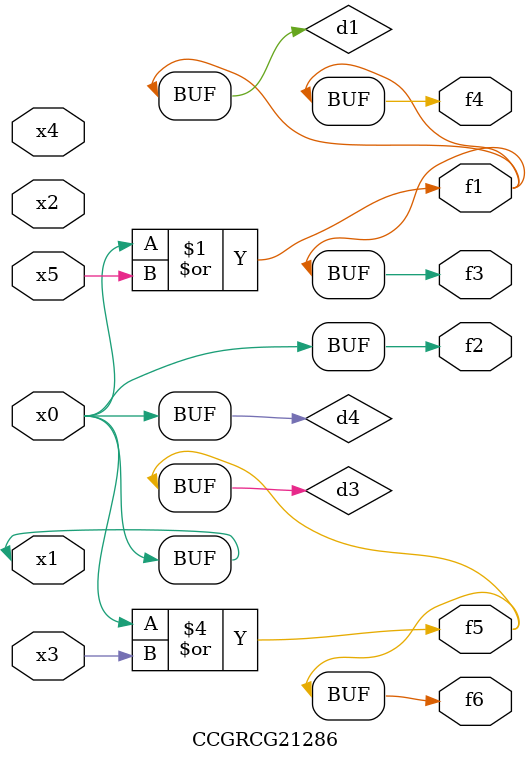
<source format=v>
module CCGRCG21286(
	input x0, x1, x2, x3, x4, x5,
	output f1, f2, f3, f4, f5, f6
);

	wire d1, d2, d3, d4;

	or (d1, x0, x5);
	xnor (d2, x1, x4);
	or (d3, x0, x3);
	buf (d4, x0, x1);
	assign f1 = d1;
	assign f2 = d4;
	assign f3 = d1;
	assign f4 = d1;
	assign f5 = d3;
	assign f6 = d3;
endmodule

</source>
